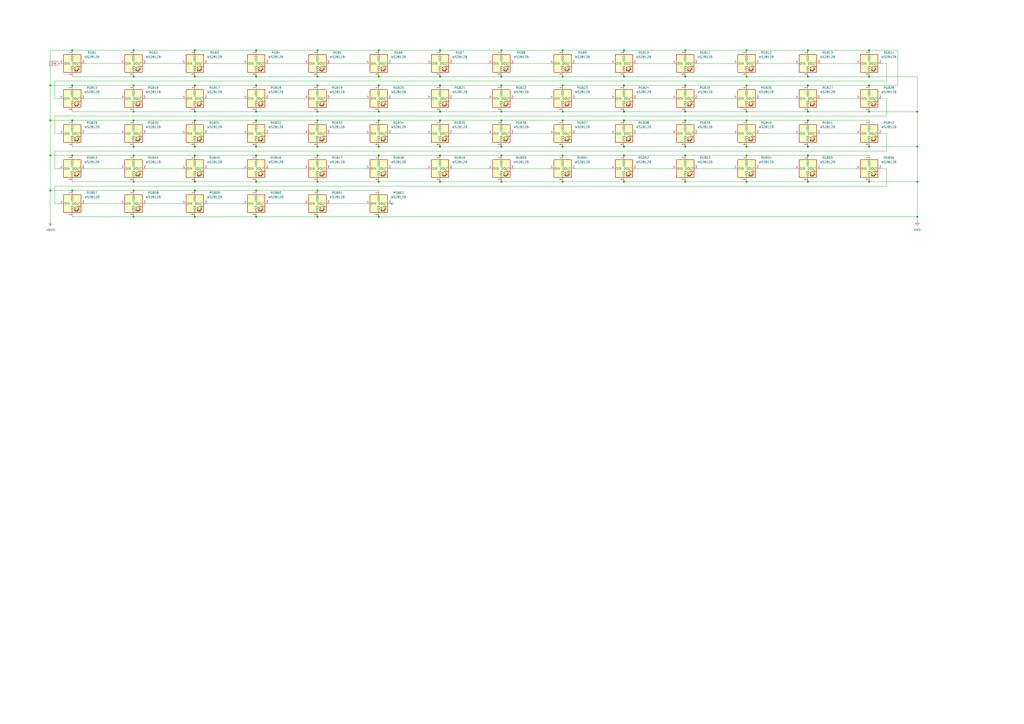
<source format=kicad_sch>
(kicad_sch (version 20231120) (generator "eeschema") (generator_version "8.0")
  (paper "A2")
  (lib_symbols
    (symbol "LED:WS2812B" (pin_names (offset 0.254))
      (property "Reference" "D" (at 5.08 5.715 0))
      (property "Value" "WS2812B" (at 1.27 -5.715 0))
      (symbol "WS2812B_0_0"
        (text "RGB" (at 2.286 -4.191 0) (effects (font (size 0.762 0.762))))
      )
      (symbol "WS2812B_0_1"
        (polyline (pts (xy 1.27 -3.556) (xy 1.778 -3.556)))
        (polyline (pts (xy 1.27 -2.54) (xy 1.778 -2.54)))
        (polyline (pts (xy 4.699 -3.556) (xy 2.667 -3.556)))
        (polyline (pts (xy 2.286 -2.54) (xy 1.27 -3.556) (xy 1.27 -3.048)))
        (polyline (pts (xy 2.286 -1.524) (xy 1.27 -2.54) (xy 1.27 -2.032)))
        (polyline (pts (xy 3.683 -1.016) (xy 3.683 -3.556) (xy 3.683 -4.064)))
        (polyline (pts (xy 4.699 -1.524) (xy 2.667 -1.524) (xy 3.683 -3.556) (xy 4.699 -1.524)))
        (rectangle (start 5.08 5.08) (end -5.08 -5.08) (stroke (width 0.254)) (fill (type background)))
      )
      (symbol "WS2812B_1_1"
        (pin power_in line (at 0 7.62 270) (length 2.54) (name "VDD") (number "1"))
        (pin output line (at 7.62 0 180) (length 2.54) (name "DOUT") (number "2"))
        (pin power_in line (at 0 -7.62 90) (length 2.54) (name "VSS") (number "3"))
        (pin input line (at -7.62 0 0) (length 2.54) (name "DIN") (number "4"))
      )
    )
    (symbol "power:GND" (power) (pin_numbers hide) (pin_names (offset 0) hide)
      (property "Value" "GND" (at 0 -3.81 0))
      (symbol "GND_0_1"
        (polyline (pts (xy 0 0) (xy 0 -1.27) (xy 1.27 -1.27) (xy 0 -2.54) (xy -1.27 -1.27) (xy 0 -1.27)))
      )
      (symbol "GND_1_1"
        (pin power_in line (at 0 0 270) (length 0) (name "~") (number "1"))
      )
    )
    (symbol "power:VBUS" (power) (pin_numbers hide) (pin_names (offset 0) hide)
      (property "Value" "VBUS" (at 0 3.556 0))
      (symbol "VBUS_0_1"
        (polyline (pts (xy -0.762 1.27) (xy 0 2.54)))
        (polyline (pts (xy 0 0) (xy 0 2.54)))
        (polyline (pts (xy 0 2.54) (xy 0.762 1.27)))
      )
      (symbol "VBUS_1_1"
        (pin power_in line (at 0 0 90) (length 0) (name "~") (number "1"))
      )
    )
  )
  (junction (at 77.47 44.45))
  (junction (at 184.15 125.73))
  (junction (at 29.21 90.17))
  (junction (at 113.03 125.73))
  (junction (at 184.15 105.41))
  (junction (at 148.59 105.41))
  (junction (at 148.59 110.49))
  (junction (at 184.15 90.17))
  (junction (at 468.63 105.41))
  (junction (at 41.91 90.17))
  (junction (at 219.71 44.45))
  (junction (at 255.27 49.53))
  (junction (at 290.83 49.53))
  (junction (at 326.39 69.85))
  (junction (at 148.59 85.09))
  (junction (at 113.03 49.53))
  (junction (at 433.07 29.21))
  (junction (at 361.95 85.09))
  (junction (at 255.27 44.45))
  (junction (at 219.71 90.17))
  (junction (at 148.59 90.17))
  (junction (at 361.95 69.85))
  (junction (at 326.39 85.09))
  (junction (at 113.03 44.45))
  (junction (at 148.59 44.45))
  (junction (at 361.95 44.45))
  (junction (at 77.47 85.09))
  (junction (at 148.59 125.73))
  (junction (at 361.95 64.77))
  (junction (at 397.51 69.85))
  (junction (at 468.63 90.17))
  (junction (at 77.47 49.53))
  (junction (at 468.63 69.85))
  (junction (at 148.59 69.85))
  (junction (at 77.47 110.49))
  (junction (at 219.71 49.53))
  (junction (at 397.51 29.21))
  (junction (at 255.27 90.17))
  (junction (at 361.95 90.17))
  (junction (at 184.15 29.21))
  (junction (at 504.19 85.09))
  (junction (at 433.07 44.45))
  (junction (at 468.63 44.45))
  (junction (at 433.07 85.09))
  (junction (at 184.15 64.77))
  (junction (at 29.21 49.53))
  (junction (at 77.47 29.21))
  (junction (at 433.07 90.17))
  (junction (at 113.03 90.17))
  (junction (at 361.95 49.53))
  (junction (at 504.19 64.77))
  (junction (at 290.83 90.17))
  (junction (at 41.91 110.49))
  (junction (at 77.47 125.73))
  (junction (at 433.07 49.53))
  (junction (at 290.83 44.45))
  (junction (at 504.19 49.53))
  (junction (at 29.21 69.85))
  (junction (at 113.03 105.41))
  (junction (at 433.07 69.85))
  (junction (at 290.83 85.09))
  (junction (at 504.19 29.21))
  (junction (at 219.71 29.21))
  (junction (at 113.03 29.21))
  (junction (at 41.91 29.21))
  (junction (at 184.15 49.53))
  (junction (at 113.03 110.49))
  (junction (at 361.95 29.21))
  (junction (at 532.13 85.09))
  (junction (at 113.03 85.09))
  (junction (at 77.47 69.85))
  (junction (at 468.63 49.53))
  (junction (at 290.83 64.77))
  (junction (at 255.27 69.85))
  (junction (at 41.91 69.85))
  (junction (at 532.13 64.77))
  (junction (at 77.47 64.77))
  (junction (at 397.51 44.45))
  (junction (at 397.51 90.17))
  (junction (at 184.15 110.49))
  (junction (at 255.27 105.41))
  (junction (at 219.71 85.09))
  (junction (at 433.07 105.41))
  (junction (at 148.59 64.77))
  (junction (at 326.39 64.77))
  (junction (at 219.71 105.41))
  (junction (at 255.27 85.09))
  (junction (at 326.39 105.41))
  (junction (at 255.27 64.77))
  (junction (at 532.13 125.73))
  (junction (at 326.39 29.21))
  (junction (at 184.15 85.09))
  (junction (at 532.13 105.41))
  (junction (at 397.51 64.77))
  (junction (at 397.51 105.41))
  (junction (at 184.15 44.45))
  (junction (at 397.51 49.53))
  (junction (at 326.39 44.45))
  (junction (at 41.91 49.53))
  (junction (at 219.71 64.77))
  (junction (at 433.07 64.77))
  (junction (at 184.15 69.85))
  (junction (at 504.19 44.45))
  (junction (at 219.71 125.73))
  (junction (at 148.59 49.53))
  (junction (at 468.63 64.77))
  (junction (at 290.83 29.21))
  (junction (at 290.83 105.41))
  (junction (at 255.27 29.21))
  (junction (at 290.83 69.85))
  (junction (at 29.21 110.49))
  (junction (at 148.59 29.21))
  (junction (at 77.47 90.17))
  (junction (at 113.03 69.85))
  (junction (at 468.63 85.09))
  (junction (at 219.71 69.85))
  (junction (at 468.63 29.21))
  (junction (at 77.47 105.41))
  (junction (at 504.19 105.41))
  (junction (at 326.39 90.17))
  (junction (at 113.03 64.77))
  (junction (at 397.51 85.09))
  (junction (at 326.39 49.53))
  (junction (at 361.95 105.41))
  (no_connect (at 227.33 118.11))
  (wire (pts (xy 219.71 49.53) (xy 255.27 49.53)))
  (wire (pts (xy 219.71 125.73) (xy 532.13 125.73)))
  (wire (pts (xy 49.53 97.79) (xy 69.85 97.79)))
  (wire (pts (xy 31.75 67.31) (xy 31.75 77.47)))
  (wire (pts (xy 433.07 49.53) (xy 468.63 49.53)))
  (wire (pts (xy 29.21 90.17) (xy 29.21 69.85)))
  (wire (pts (xy 29.21 49.53) (xy 29.21 29.21)))
  (wire (pts (xy 85.09 36.83) (xy 105.41 36.83)))
  (wire (pts (xy 219.71 85.09) (xy 255.27 85.09)))
  (wire (pts (xy 326.39 49.53) (xy 361.95 49.53)))
  (wire (pts (xy 433.07 105.41) (xy 468.63 105.41)))
  (wire (pts (xy 405.13 57.15) (xy 425.45 57.15)))
  (wire (pts (xy 361.95 69.85) (xy 397.51 69.85)))
  (wire (pts (xy 361.95 44.45) (xy 397.51 44.45)))
  (wire (pts (xy 514.35 36.83) (xy 514.35 46.99)))
  (wire (pts (xy 514.35 87.63) (xy 31.75 87.63)))
  (wire (pts (xy 148.59 64.77) (xy 184.15 64.77)))
  (wire (pts (xy 41.91 29.21) (xy 77.47 29.21)))
  (wire (pts (xy 440.69 57.15) (xy 461.01 57.15)))
  (wire (pts (xy 511.81 77.47) (xy 514.35 77.47)))
  (wire (pts (xy 476.25 77.47) (xy 496.57 77.47)))
  (wire (pts (xy 77.47 90.17) (xy 113.03 90.17)))
  (wire (pts (xy 191.77 97.79) (xy 212.09 97.79)))
  (wire (pts (xy 255.27 90.17) (xy 290.83 90.17)))
  (wire (pts (xy 440.69 97.79) (xy 461.01 97.79)))
  (wire (pts (xy 504.19 49.53) (xy 520.7 49.53)))
  (wire (pts (xy 41.91 110.49) (xy 77.47 110.49)))
  (wire (pts (xy 184.15 105.41) (xy 219.71 105.41)))
  (wire (pts (xy 148.59 85.09) (xy 184.15 85.09)))
  (wire (pts (xy 520.7 29.21) (xy 520.7 49.53)))
  (wire (pts (xy 148.59 29.21) (xy 184.15 29.21)))
  (wire (pts (xy 326.39 85.09) (xy 361.95 85.09)))
  (wire (pts (xy 85.09 57.15) (xy 105.41 57.15)))
  (wire (pts (xy 148.59 105.41) (xy 184.15 105.41)))
  (wire (pts (xy 433.07 64.77) (xy 468.63 64.77)))
  (wire (pts (xy 41.91 125.73) (xy 77.47 125.73)))
  (wire (pts (xy 227.33 57.15) (xy 247.65 57.15)))
  (wire (pts (xy 397.51 44.45) (xy 433.07 44.45)))
  (wire (pts (xy 113.03 64.77) (xy 148.59 64.77)))
  (wire (pts (xy 85.09 118.11) (xy 105.41 118.11)))
  (wire (pts (xy 148.59 110.49) (xy 184.15 110.49)))
  (wire (pts (xy 255.27 64.77) (xy 290.83 64.77)))
  (wire (pts (xy 41.91 64.77) (xy 77.47 64.77)))
  (wire (pts (xy 511.81 36.83) (xy 514.35 36.83)))
  (wire (pts (xy 504.19 85.09) (xy 532.13 85.09)))
  (wire (pts (xy 184.15 69.85) (xy 219.71 69.85)))
  (wire (pts (xy 326.39 44.45) (xy 361.95 44.45)))
  (wire (pts (xy 298.45 77.47) (xy 318.77 77.47)))
  (wire (pts (xy 41.91 110.49) (xy 29.21 110.49)))
  (wire (pts (xy 326.39 105.41) (xy 361.95 105.41)))
  (wire (pts (xy 255.27 85.09) (xy 290.83 85.09)))
  (wire (pts (xy 77.47 69.85) (xy 113.03 69.85)))
  (wire (pts (xy 369.57 77.47) (xy 389.89 77.47)))
  (wire (pts (xy 532.13 105.41) (xy 532.13 125.73)))
  (wire (pts (xy 468.63 69.85) (xy 504.19 69.85)))
  (wire (pts (xy 468.63 85.09) (xy 504.19 85.09)))
  (wire (pts (xy 29.21 110.49) (xy 29.21 90.17)))
  (wire (pts (xy 148.59 90.17) (xy 184.15 90.17)))
  (wire (pts (xy 334.01 97.79) (xy 354.33 97.79)))
  (wire (pts (xy 290.83 90.17) (xy 326.39 90.17)))
  (wire (pts (xy 113.03 110.49) (xy 148.59 110.49)))
  (wire (pts (xy 184.15 64.77) (xy 219.71 64.77)))
  (wire (pts (xy 433.07 29.21) (xy 468.63 29.21)))
  (wire (pts (xy 255.27 44.45) (xy 290.83 44.45)))
  (wire (pts (xy 326.39 29.21) (xy 361.95 29.21)))
  (wire (pts (xy 255.27 29.21) (xy 290.83 29.21)))
  (wire (pts (xy 504.19 64.77) (xy 532.13 64.77)))
  (wire (pts (xy 29.21 49.53) (xy 41.91 49.53)))
  (wire (pts (xy 405.13 36.83) (xy 425.45 36.83)))
  (wire (pts (xy 361.95 64.77) (xy 397.51 64.77)))
  (wire (pts (xy 41.91 85.09) (xy 77.47 85.09)))
  (wire (pts (xy 113.03 105.41) (xy 148.59 105.41)))
  (wire (pts (xy 191.77 36.83) (xy 212.09 36.83)))
  (wire (pts (xy 148.59 125.73) (xy 184.15 125.73)))
  (wire (pts (xy 120.65 97.79) (xy 140.97 97.79)))
  (wire (pts (xy 532.13 64.77) (xy 532.13 85.09)))
  (wire (pts (xy 29.21 90.17) (xy 41.91 90.17)))
  (wire (pts (xy 397.51 64.77) (xy 433.07 64.77)))
  (wire (pts (xy 262.89 77.47) (xy 283.21 77.47)))
  (wire (pts (xy 49.53 118.11) (xy 69.85 118.11)))
  (wire (pts (xy 77.47 49.53) (xy 113.03 49.53)))
  (wire (pts (xy 405.13 97.79) (xy 425.45 97.79)))
  (wire (pts (xy 361.95 85.09) (xy 397.51 85.09)))
  (wire (pts (xy 113.03 29.21) (xy 148.59 29.21)))
  (wire (pts (xy 85.09 77.47) (xy 105.41 77.47)))
  (wire (pts (xy 113.03 69.85) (xy 148.59 69.85)))
  (wire (pts (xy 361.95 49.53) (xy 397.51 49.53)))
  (wire (pts (xy 227.33 36.83) (xy 247.65 36.83)))
  (wire (pts (xy 219.71 44.45) (xy 255.27 44.45)))
  (wire (pts (xy 433.07 44.45) (xy 468.63 44.45)))
  (wire (pts (xy 120.65 36.83) (xy 140.97 36.83)))
  (wire (pts (xy 113.03 125.73) (xy 148.59 125.73)))
  (wire (pts (xy 31.75 87.63) (xy 31.75 97.79)))
  (wire (pts (xy 290.83 49.53) (xy 326.39 49.53)))
  (wire (pts (xy 433.07 69.85) (xy 468.63 69.85)))
  (wire (pts (xy 532.13 44.45) (xy 532.13 64.77)))
  (wire (pts (xy 511.81 97.79) (xy 514.35 97.79)))
  (wire (pts (xy 156.21 36.83) (xy 176.53 36.83)))
  (wire (pts (xy 290.83 44.45) (xy 326.39 44.45)))
  (wire (pts (xy 334.01 77.47) (xy 354.33 77.47)))
  (wire (pts (xy 77.47 110.49) (xy 113.03 110.49)))
  (wire (pts (xy 361.95 90.17) (xy 397.51 90.17)))
  (wire (pts (xy 405.13 77.47) (xy 425.45 77.47)))
  (wire (pts (xy 514.35 67.31) (xy 31.75 67.31)))
  (wire (pts (xy 262.89 36.83) (xy 283.21 36.83)))
  (wire (pts (xy 468.63 105.41) (xy 504.19 105.41)))
  (wire (pts (xy 85.09 97.79) (xy 105.41 97.79)))
  (wire (pts (xy 77.47 85.09) (xy 113.03 85.09)))
  (wire (pts (xy 219.71 69.85) (xy 255.27 69.85)))
  (wire (pts (xy 49.53 36.83) (xy 69.85 36.83)))
  (wire (pts (xy 219.71 90.17) (xy 255.27 90.17)))
  (wire (pts (xy 77.47 105.41) (xy 113.03 105.41)))
  (wire (pts (xy 156.21 57.15) (xy 176.53 57.15)))
  (wire (pts (xy 532.13 85.09) (xy 532.13 105.41)))
  (wire (pts (xy 440.69 77.47) (xy 461.01 77.47)))
  (wire (pts (xy 184.15 44.45) (xy 219.71 44.45)))
  (wire (pts (xy 191.77 57.15) (xy 212.09 57.15)))
  (wire (pts (xy 476.25 36.83) (xy 496.57 36.83)))
  (wire (pts (xy 184.15 125.73) (xy 219.71 125.73)))
  (wire (pts (xy 433.07 90.17) (xy 468.63 90.17)))
  (wire (pts (xy 504.19 29.21) (xy 520.7 29.21)))
  (wire (pts (xy 184.15 49.53) (xy 219.71 49.53)))
  (wire (pts (xy 31.75 118.11) (xy 34.29 118.11)))
  (wire (pts (xy 290.83 105.41) (xy 326.39 105.41)))
  (wire (pts (xy 41.91 105.41) (xy 77.47 105.41)))
  (wire (pts (xy 219.71 64.77) (xy 255.27 64.77)))
  (wire (pts (xy 148.59 69.85) (xy 184.15 69.85)))
  (wire (pts (xy 148.59 49.53) (xy 184.15 49.53)))
  (wire (pts (xy 120.65 57.15) (xy 140.97 57.15)))
  (wire (pts (xy 262.89 57.15) (xy 283.21 57.15)))
  (wire (pts (xy 397.51 29.21) (xy 433.07 29.21)))
  (wire (pts (xy 255.27 105.41) (xy 290.83 105.41)))
  (wire (pts (xy 184.15 29.21) (xy 219.71 29.21)))
  (wire (pts (xy 191.77 77.47) (xy 212.09 77.47)))
  (wire (pts (xy 326.39 64.77) (xy 361.95 64.77)))
  (wire (pts (xy 41.91 49.53) (xy 77.47 49.53)))
  (wire (pts (xy 113.03 90.17) (xy 148.59 90.17)))
  (wire (pts (xy 334.01 36.83) (xy 354.33 36.83)))
  (wire (pts (xy 113.03 85.09) (xy 148.59 85.09)))
  (wire (pts (xy 148.59 44.45) (xy 184.15 44.45)))
  (wire (pts (xy 262.89 97.79) (xy 283.21 97.79)))
  (wire (pts (xy 514.35 77.47) (xy 514.35 87.63)))
  (wire (pts (xy 41.91 90.17) (xy 77.47 90.17)))
  (wire (pts (xy 77.47 125.73) (xy 113.03 125.73)))
  (wire (pts (xy 369.57 36.83) (xy 389.89 36.83)))
  (wire (pts (xy 298.45 36.83) (xy 318.77 36.83)))
  (wire (pts (xy 156.21 97.79) (xy 176.53 97.79)))
  (wire (pts (xy 29.21 69.85) (xy 29.21 49.53)))
  (wire (pts (xy 504.19 105.41) (xy 532.13 105.41)))
  (wire (pts (xy 476.25 97.79) (xy 496.57 97.79)))
  (wire (pts (xy 290.83 69.85) (xy 326.39 69.85)))
  (wire (pts (xy 532.13 125.73) (xy 532.13 128.27)))
  (wire (pts (xy 184.15 85.09) (xy 219.71 85.09)))
  (wire (pts (xy 31.75 57.15) (xy 34.29 57.15)))
  (wire (pts (xy 397.51 90.17) (xy 433.07 90.17)))
  (wire (pts (xy 468.63 64.77) (xy 504.19 64.77)))
  (wire (pts (xy 219.71 29.21) (xy 255.27 29.21)))
  (wire (pts (xy 31.75 107.95) (xy 514.35 107.95)))
  (wire (pts (xy 31.75 97.79) (xy 34.29 97.79)))
  (wire (pts (xy 504.19 44.45) (xy 532.13 44.45)))
  (wire (pts (xy 397.51 69.85) (xy 433.07 69.85)))
  (wire (pts (xy 29.21 29.21) (xy 41.91 29.21)))
  (wire (pts (xy 219.71 105.41) (xy 255.27 105.41)))
  (wire (pts (xy 29.21 69.85) (xy 41.91 69.85)))
  (wire (pts (xy 29.21 110.49) (xy 29.21 128.27)))
  (wire (pts (xy 397.51 105.41) (xy 433.07 105.41)))
  (wire (pts (xy 514.35 46.99) (xy 31.75 46.99)))
  (wire (pts (xy 334.01 57.15) (xy 354.33 57.15)))
  (wire (pts (xy 476.25 57.15) (xy 496.57 57.15)))
  (wire (pts (xy 41.91 44.45) (xy 77.47 44.45)))
  (wire (pts (xy 511.81 57.15) (xy 514.35 57.15)))
  (wire (pts (xy 31.75 46.99) (xy 31.75 57.15)))
  (wire (pts (xy 255.27 69.85) (xy 290.83 69.85)))
  (wire (pts (xy 31.75 77.47) (xy 34.29 77.47)))
  (wire (pts (xy 397.51 85.09) (xy 433.07 85.09)))
  (wire (pts (xy 49.53 57.15) (xy 69.85 57.15)))
  (wire (pts (xy 77.47 44.45) (xy 113.03 44.45)))
  (wire (pts (xy 468.63 90.17) (xy 504.19 90.17)))
  (wire (pts (xy 41.91 69.85) (xy 77.47 69.85)))
  (wire (pts (xy 156.21 118.11) (xy 176.53 118.11)))
  (wire (pts (xy 468.63 29.21) (xy 504.19 29.21)))
  (wire (pts (xy 255.27 49.53) (xy 290.83 49.53)))
  (wire (pts (xy 227.33 77.47) (xy 247.65 77.47)))
  (wire (pts (xy 31.75 107.95) (xy 31.75 118.11)))
  (wire (pts (xy 514.35 57.15) (xy 514.35 67.31)))
  (wire (pts (xy 440.69 36.83) (xy 461.01 36.83)))
  (wire (pts (xy 468.63 44.45) (xy 504.19 44.45)))
  (wire (pts (xy 156.21 77.47) (xy 176.53 77.47)))
  (wire (pts (xy 290.83 29.21) (xy 326.39 29.21)))
  (wire (pts (xy 397.51 49.53) (xy 433.07 49.53)))
  (wire (pts (xy 298.45 57.15) (xy 318.77 57.15)))
  (wire (pts (xy 191.77 118.11) (xy 212.09 118.11)))
  (wire (pts (xy 120.65 118.11) (xy 140.97 118.11)))
  (wire (pts (xy 361.95 105.41) (xy 397.51 105.41)))
  (wire (pts (xy 369.57 57.15) (xy 389.89 57.15)))
  (wire (pts (xy 514.35 97.79) (xy 514.35 107.95)))
  (wire (pts (xy 298.45 97.79) (xy 318.77 97.79)))
  (wire (pts (xy 468.63 49.53) (xy 504.19 49.53)))
  (wire (pts (xy 77.47 29.21) (xy 113.03 29.21)))
  (wire (pts (xy 361.95 29.21) (xy 397.51 29.21)))
  (wire (pts (xy 49.53 77.47) (xy 69.85 77.47)))
  (wire (pts (xy 369.57 97.79) (xy 389.89 97.79)))
  (wire (pts (xy 120.65 77.47) (xy 140.97 77.47)))
  (wire (pts (xy 433.07 85.09) (xy 468.63 85.09)))
  (wire (pts (xy 290.83 85.09) (xy 326.39 85.09)))
  (wire (pts (xy 184.15 90.17) (xy 219.71 90.17)))
  (wire (pts (xy 326.39 90.17) (xy 361.95 90.17)))
  (wire (pts (xy 227.33 97.79) (xy 247.65 97.79)))
  (wire (pts (xy 113.03 44.45) (xy 148.59 44.45)))
  (wire (pts (xy 184.15 110.49) (xy 219.71 110.49)))
  (wire (pts (xy 77.47 64.77) (xy 113.03 64.77)))
  (wire (pts (xy 290.83 64.77) (xy 326.39 64.77)))
  (wire (pts (xy 326.39 69.85) (xy 361.95 69.85)))
  (wire (pts (xy 113.03 49.53) (xy 148.59 49.53)))
  (global_label "DIN" (shape input) (at 34.29 36.83 180) (property "Intersheetrefs" "${INTERSHEET_REFS}" (effects (hide yes))))
  (symbol (lib_id "LED:WS2812B") (at 184.15 57.15 0) (unit 1)
    (property "Reference" "RGB19" (at 195.58 50.8314 0))
    (property "Value" "WS2812B" (at 195.58 53.3714 0))
    (property "Footprint" "RGB:ws2812B_6028" (effects (hide yes)))
    (property "Datasheet" "https://cdn-shop.adafruit.com/datasheets/WS2812B.pdf" (effects (hide yes)))
    (property "Description" "RGB LED with integrated controller" (effects (hide yes)))
  )
  (symbol (lib_id "LED:WS2812B") (at 41.91 77.47 0) (unit 1)
    (property "Reference" "RGB29" (at 53.34 71.1514 0))
    (property "Value" "WS2812B" (at 53.34 73.6914 0))
    (property "Footprint" "RGB:ws2812B_6028" (effects (hide yes)))
    (property "Datasheet" "https://cdn-shop.adafruit.com/datasheets/WS2812B.pdf" (effects (hide yes)))
    (property "Description" "RGB LED with integrated controller" (effects (hide yes)))
  )
  (symbol (lib_id "LED:WS2812B") (at 184.15 97.79 0) (unit 1)
    (property "Reference" "RGB47" (at 195.58 91.4714 0))
    (property "Value" "WS2812B" (at 195.58 94.0114 0))
    (property "Footprint" "RGB:ws2812B_6028" (effects (hide yes)))
    (property "Datasheet" "https://cdn-shop.adafruit.com/datasheets/WS2812B.pdf" (effects (hide yes)))
    (property "Description" "RGB LED with integrated controller" (effects (hide yes)))
  )
  (symbol (lib_id "LED:WS2812B") (at 397.51 97.79 0) (unit 1)
    (property "Reference" "RGB53" (at 408.94 91.4714 0))
    (property "Value" "WS2812B" (at 408.94 94.0114 0))
    (property "Footprint" "RGB:ws2812B_6028" (effects (hide yes)))
    (property "Datasheet" "https://cdn-shop.adafruit.com/datasheets/WS2812B.pdf" (effects (hide yes)))
    (property "Description" "RGB LED with integrated controller" (effects (hide yes)))
  )
  (symbol (lib_id "LED:WS2812B") (at 77.47 97.79 0) (unit 1)
    (property "Reference" "RGB44" (at 88.9 91.4714 0))
    (property "Value" "WS2812B" (at 88.9 94.0114 0))
    (property "Footprint" "RGB:ws2812B_6028" (effects (hide yes)))
    (property "Datasheet" "https://cdn-shop.adafruit.com/datasheets/WS2812B.pdf" (effects (hide yes)))
    (property "Description" "RGB LED with integrated controller" (effects (hide yes)))
  )
  (symbol (lib_id "LED:WS2812B") (at 361.95 97.79 0) (unit 1)
    (property "Reference" "RGB52" (at 373.38 91.4714 0))
    (property "Value" "WS2812B" (at 373.38 94.0114 0))
    (property "Footprint" "RGB:ws2812B_6028" (effects (hide yes)))
    (property "Datasheet" "https://cdn-shop.adafruit.com/datasheets/WS2812B.pdf" (effects (hide yes)))
    (property "Description" "RGB LED with integrated controller" (effects (hide yes)))
  )
  (symbol (lib_id "LED:WS2812B") (at 468.63 57.15 0) (unit 1)
    (property "Reference" "RGB27" (at 480.06 50.8314 0))
    (property "Value" "WS2812B" (at 480.06 53.3714 0))
    (property "Footprint" "RGB:ws2812B_6028" (effects (hide yes)))
    (property "Datasheet" "https://cdn-shop.adafruit.com/datasheets/WS2812B.pdf" (effects (hide yes)))
    (property "Description" "RGB LED with integrated controller" (effects (hide yes)))
  )
  (symbol (lib_id "LED:WS2812B") (at 184.15 118.11 0) (unit 1)
    (property "Reference" "RGB61" (at 195.58 111.7914 0))
    (property "Value" "WS2812B" (at 195.58 114.3314 0))
    (property "Footprint" "RGB:ws2812B_6028" (effects (hide yes)))
    (property "Datasheet" "https://cdn-shop.adafruit.com/datasheets/WS2812B.pdf" (effects (hide yes)))
    (property "Description" "RGB LED with integrated controller" (effects (hide yes)))
  )
  (symbol (lib_id "LED:WS2812B") (at 219.71 77.47 0) (unit 1)
    (property "Reference" "RGB34" (at 231.14 71.1514 0))
    (property "Value" "WS2812B" (at 231.14 73.6914 0))
    (property "Footprint" "RGB:ws2812B_6028" (effects (hide yes)))
    (property "Datasheet" "https://cdn-shop.adafruit.com/datasheets/WS2812B.pdf" (effects (hide yes)))
    (property "Description" "RGB LED with integrated controller" (effects (hide yes)))
  )
  (symbol (lib_id "LED:WS2812B") (at 41.91 118.11 0) (unit 1)
    (property "Reference" "RGB57" (at 53.34 111.7914 0))
    (property "Value" "WS2812B" (at 53.34 114.3314 0))
    (property "Footprint" "RGB:ws2812B_6028" (effects (hide yes)))
    (property "Datasheet" "https://cdn-shop.adafruit.com/datasheets/WS2812B.pdf" (effects (hide yes)))
    (property "Description" "RGB LED with integrated controller" (effects (hide yes)))
  )
  (symbol (lib_id "LED:WS2812B") (at 326.39 36.83 0) (unit 1)
    (property "Reference" "RGB9" (at 337.82 30.5114 0))
    (property "Value" "WS2812B" (at 337.82 33.0514 0))
    (property "Footprint" "RGB:ws2812B_6028" (effects (hide yes)))
    (property "Datasheet" "https://cdn-shop.adafruit.com/datasheets/WS2812B.pdf" (effects (hide yes)))
    (property "Description" "RGB LED with integrated controller" (effects (hide yes)))
  )
  (symbol (lib_id "LED:WS2812B") (at 433.07 36.83 0) (unit 1)
    (property "Reference" "RGB12" (at 444.5 30.5114 0))
    (property "Value" "WS2812B" (at 444.5 33.0514 0))
    (property "Footprint" "RGB:ws2812B_6028" (effects (hide yes)))
    (property "Datasheet" "https://cdn-shop.adafruit.com/datasheets/WS2812B.pdf" (effects (hide yes)))
    (property "Description" "RGB LED with integrated controller" (effects (hide yes)))
  )
  (symbol (lib_id "LED:WS2812B") (at 255.27 36.83 0) (unit 1)
    (property "Reference" "RGB7" (at 266.7 30.5114 0))
    (property "Value" "WS2812B" (at 266.7 33.0514 0))
    (property "Footprint" "RGB:ws2812B_6028" (effects (hide yes)))
    (property "Datasheet" "https://cdn-shop.adafruit.com/datasheets/WS2812B.pdf" (effects (hide yes)))
    (property "Description" "RGB LED with integrated controller" (effects (hide yes)))
  )
  (symbol (lib_id "LED:WS2812B") (at 504.19 36.83 0) (unit 1)
    (property "Reference" "RGB14" (at 515.62 30.5114 0))
    (property "Value" "WS2812B" (at 515.62 33.0514 0))
    (property "Footprint" "RGB:ws2812B_6028" (effects (hide yes)))
    (property "Datasheet" "https://cdn-shop.adafruit.com/datasheets/WS2812B.pdf" (effects (hide yes)))
    (property "Description" "RGB LED with integrated controller" (effects (hide yes)))
  )
  (symbol (lib_id "LED:WS2812B") (at 361.95 57.15 0) (unit 1)
    (property "Reference" "RGB24" (at 373.38 50.8314 0))
    (property "Value" "WS2812B" (at 373.38 53.3714 0))
    (property "Footprint" "RGB:ws2812B_6028" (effects (hide yes)))
    (property "Datasheet" "https://cdn-shop.adafruit.com/datasheets/WS2812B.pdf" (effects (hide yes)))
    (property "Description" "RGB LED with integrated controller" (effects (hide yes)))
  )
  (symbol (lib_id "LED:WS2812B") (at 184.15 36.83 0) (unit 1)
    (property "Reference" "RGB5" (at 195.58 30.5114 0))
    (property "Value" "WS2812B" (at 195.58 33.0514 0))
    (property "Footprint" "RGB:ws2812B_6028" (effects (hide yes)))
    (property "Datasheet" "https://cdn-shop.adafruit.com/datasheets/WS2812B.pdf" (effects (hide yes)))
    (property "Description" "RGB LED with integrated controller" (effects (hide yes)))
  )
  (symbol (lib_id "LED:WS2812B") (at 468.63 77.47 0) (unit 1)
    (property "Reference" "RGB41" (at 480.06 71.1514 0))
    (property "Value" "WS2812B" (at 480.06 73.6914 0))
    (property "Footprint" "RGB:ws2812B_6028" (effects (hide yes)))
    (property "Datasheet" "https://cdn-shop.adafruit.com/datasheets/WS2812B.pdf" (effects (hide yes)))
    (property "Description" "RGB LED with integrated controller" (effects (hide yes)))
  )
  (symbol (lib_id "LED:WS2812B") (at 255.27 57.15 0) (unit 1)
    (property "Reference" "RGB21" (at 266.7 50.8314 0))
    (property "Value" "WS2812B" (at 266.7 53.3714 0))
    (property "Footprint" "RGB:ws2812B_6028" (effects (hide yes)))
    (property "Datasheet" "https://cdn-shop.adafruit.com/datasheets/WS2812B.pdf" (effects (hide yes)))
    (property "Description" "RGB LED with integrated controller" (effects (hide yes)))
  )
  (symbol (lib_id "LED:WS2812B") (at 148.59 57.15 0) (unit 1)
    (property "Reference" "RGB18" (at 160.02 50.8314 0))
    (property "Value" "WS2812B" (at 160.02 53.3714 0))
    (property "Footprint" "RGB:ws2812B_6028" (effects (hide yes)))
    (property "Datasheet" "https://cdn-shop.adafruit.com/datasheets/WS2812B.pdf" (effects (hide yes)))
    (property "Description" "RGB LED with integrated controller" (effects (hide yes)))
  )
  (symbol (lib_id "LED:WS2812B") (at 433.07 57.15 0) (unit 1)
    (property "Reference" "RGB26" (at 444.5 50.8314 0))
    (property "Value" "WS2812B" (at 444.5 53.3714 0))
    (property "Footprint" "RGB:ws2812B_6028" (effects (hide yes)))
    (property "Datasheet" "https://cdn-shop.adafruit.com/datasheets/WS2812B.pdf" (effects (hide yes)))
    (property "Description" "RGB LED with integrated controller" (effects (hide yes)))
  )
  (symbol (lib_id "LED:WS2812B") (at 113.03 57.15 0) (unit 1)
    (property "Reference" "RGB17" (at 124.46 50.8314 0))
    (property "Value" "WS2812B" (at 124.46 53.3714 0))
    (property "Footprint" "RGB:ws2812B_6028" (effects (hide yes)))
    (property "Datasheet" "https://cdn-shop.adafruit.com/datasheets/WS2812B.pdf" (effects (hide yes)))
    (property "Description" "RGB LED with integrated controller" (effects (hide yes)))
  )
  (symbol (lib_id "LED:WS2812B") (at 290.83 36.83 0) (unit 1)
    (property "Reference" "RGB8" (at 302.26 30.5114 0))
    (property "Value" "WS2812B" (at 302.26 33.0514 0))
    (property "Footprint" "RGB:ws2812B_6028" (effects (hide yes)))
    (property "Datasheet" "https://cdn-shop.adafruit.com/datasheets/WS2812B.pdf" (effects (hide yes)))
    (property "Description" "RGB LED with integrated controller" (effects (hide yes)))
  )
  (symbol (lib_id "LED:WS2812B") (at 77.47 57.15 0) (unit 1)
    (property "Reference" "RGB16" (at 88.9 50.8314 0))
    (property "Value" "WS2812B" (at 88.9 53.3714 0))
    (property "Footprint" "RGB:ws2812B_6028" (effects (hide yes)))
    (property "Datasheet" "https://cdn-shop.adafruit.com/datasheets/WS2812B.pdf" (effects (hide yes)))
    (property "Description" "RGB LED with integrated controller" (effects (hide yes)))
  )
  (symbol (lib_id "LED:WS2812B") (at 41.91 97.79 0) (unit 1)
    (property "Reference" "RGB43" (at 53.34 91.4714 0))
    (property "Value" "WS2812B" (at 53.34 94.0114 0))
    (property "Footprint" "RGB:ws2812B_6028" (effects (hide yes)))
    (property "Datasheet" "https://cdn-shop.adafruit.com/datasheets/WS2812B.pdf" (effects (hide yes)))
    (property "Description" "RGB LED with integrated controller" (effects (hide yes)))
  )
  (symbol (lib_id "LED:WS2812B") (at 77.47 77.47 0) (unit 1)
    (property "Reference" "RGB30" (at 88.9 71.1514 0))
    (property "Value" "WS2812B" (at 88.9 73.6914 0))
    (property "Footprint" "RGB:ws2812B_6028" (effects (hide yes)))
    (property "Datasheet" "https://cdn-shop.adafruit.com/datasheets/WS2812B.pdf" (effects (hide yes)))
    (property "Description" "RGB LED with integrated controller" (effects (hide yes)))
  )
  (symbol (lib_id "LED:WS2812B") (at 41.91 57.15 0) (unit 1)
    (property "Reference" "RGB15" (at 53.34 50.8314 0))
    (property "Value" "WS2812B" (at 53.34 53.3714 0))
    (property "Footprint" "RGB:ws2812B_6028" (effects (hide yes)))
    (property "Datasheet" "https://cdn-shop.adafruit.com/datasheets/WS2812B.pdf" (effects (hide yes)))
    (property "Description" "RGB LED with integrated controller" (effects (hide yes)))
  )
  (symbol (lib_id "LED:WS2812B") (at 361.95 36.83 0) (unit 1)
    (property "Reference" "RGB10" (at 373.38 30.5114 0))
    (property "Value" "WS2812B" (at 373.38 33.0514 0))
    (property "Footprint" "RGB:ws2812B_6028" (effects (hide yes)))
    (property "Datasheet" "https://cdn-shop.adafruit.com/datasheets/WS2812B.pdf" (effects (hide yes)))
    (property "Description" "RGB LED with integrated controller" (effects (hide yes)))
  )
  (symbol (lib_id "LED:WS2812B") (at 219.71 36.83 0) (unit 1)
    (property "Reference" "RGB6" (at 231.14 30.5114 0))
    (property "Value" "WS2812B" (at 231.14 33.0514 0))
    (property "Footprint" "RGB:ws2812B_6028" (effects (hide yes)))
    (property "Datasheet" "https://cdn-shop.adafruit.com/datasheets/WS2812B.pdf" (effects (hide yes)))
    (property "Description" "RGB LED with integrated controller" (effects (hide yes)))
  )
  (symbol (lib_id "LED:WS2812B") (at 468.63 36.83 0) (unit 1)
    (property "Reference" "RGB13" (at 480.06 30.5114 0))
    (property "Value" "WS2812B" (at 480.06 33.0514 0))
    (property "Footprint" "RGB:ws2812B_6028" (effects (hide yes)))
    (property "Datasheet" "https://cdn-shop.adafruit.com/datasheets/WS2812B.pdf" (effects (hide yes)))
    (property "Description" "RGB LED with integrated controller" (effects (hide yes)))
  )
  (symbol (lib_id "LED:WS2812B") (at 290.83 77.47 0) (unit 1)
    (property "Reference" "RGB36" (at 302.26 71.1514 0))
    (property "Value" "WS2812B" (at 302.26 73.6914 0))
    (property "Footprint" "RGB:ws2812B_6028" (effects (hide yes)))
    (property "Datasheet" "https://cdn-shop.adafruit.com/datasheets/WS2812B.pdf" (effects (hide yes)))
    (property "Description" "RGB LED with integrated controller" (effects (hide yes)))
  )
  (symbol (lib_id "LED:WS2812B") (at 113.03 36.83 0) (unit 1)
    (property "Reference" "RGB3" (at 124.46 30.5114 0))
    (property "Value" "WS2812B" (at 124.46 33.0514 0))
    (property "Footprint" "RGB:ws2812B_6028" (effects (hide yes)))
    (property "Datasheet" "https://cdn-shop.adafruit.com/datasheets/WS2812B.pdf" (effects (hide yes)))
    (property "Description" "RGB LED with integrated controller" (effects (hide yes)))
  )
  (symbol (lib_id "LED:WS2812B") (at 77.47 118.11 0) (unit 1)
    (property "Reference" "RGB58" (at 88.9 111.7914 0))
    (property "Value" "WS2812B" (at 88.9 114.3314 0))
    (property "Footprint" "RGB:ws2812B_6028" (effects (hide yes)))
    (property "Datasheet" "https://cdn-shop.adafruit.com/datasheets/WS2812B.pdf" (effects (hide yes)))
    (property "Description" "RGB LED with integrated controller" (effects (hide yes)))
  )
  (symbol (lib_id "LED:WS2812B") (at 219.71 57.15 0) (unit 1)
    (property "Reference" "RGB20" (at 231.14 50.8314 0))
    (property "Value" "WS2812B" (at 231.14 53.3714 0))
    (property "Footprint" "RGB:ws2812B_6028" (effects (hide yes)))
    (property "Datasheet" "https://cdn-shop.adafruit.com/datasheets/WS2812B.pdf" (effects (hide yes)))
    (property "Description" "RGB LED with integrated controller" (effects (hide yes)))
  )
  (symbol (lib_id "LED:WS2812B") (at 397.51 36.83 0) (unit 1)
    (property "Reference" "RGB11" (at 408.94 30.5114 0))
    (property "Value" "WS2812B" (at 408.94 33.0514 0))
    (property "Footprint" "RGB:ws2812B_6028" (effects (hide yes)))
    (property "Datasheet" "https://cdn-shop.adafruit.com/datasheets/WS2812B.pdf" (effects (hide yes)))
    (property "Description" "RGB LED with integrated controller" (effects (hide yes)))
  )
  (symbol (lib_id "LED:WS2812B") (at 397.51 57.15 0) (unit 1)
    (property "Reference" "RGB25" (at 408.94 50.8314 0))
    (property "Value" "WS2812B" (at 408.94 53.3714 0))
    (property "Footprint" "RGB:ws2812B_6028" (effects (hide yes)))
    (property "Datasheet" "https://cdn-shop.adafruit.com/datasheets/WS2812B.pdf" (effects (hide yes)))
    (property "Description" "RGB LED with integrated controller" (effects (hide yes)))
  )
  (symbol (lib_id "LED:WS2812B") (at 113.03 97.79 0) (unit 1)
    (property "Reference" "RGB45" (at 124.46 91.4714 0))
    (property "Value" "WS2812B" (at 124.46 94.0114 0))
    (property "Footprint" "RGB:ws2812B_6028" (effects (hide yes)))
    (property "Datasheet" "https://cdn-shop.adafruit.com/datasheets/WS2812B.pdf" (effects (hide yes)))
    (property "Description" "RGB LED with integrated controller" (effects (hide yes)))
  )
  (symbol (lib_id "LED:WS2812B") (at 41.91 36.83 0) (unit 1)
    (property "Reference" "RGB1" (at 53.34 30.5114 0))
    (property "Value" "WS2812B" (at 53.34 33.0514 0))
    (property "Footprint" "RGB:ws2812B_6028" (effects (hide yes)))
    (property "Datasheet" "https://cdn-shop.adafruit.com/datasheets/WS2812B.pdf" (effects (hide yes)))
    (property "Description" "RGB LED with integrated controller" (effects (hide yes)))
  )
  (symbol (lib_id "LED:WS2812B") (at 504.19 57.15 0) (unit 1)
    (property "Reference" "RGB28" (at 515.62 50.8314 0))
    (property "Value" "WS2812B" (at 515.62 53.3714 0))
    (property "Footprint" "RGB:ws2812B_6028" (effects (hide yes)))
    (property "Datasheet" "https://cdn-shop.adafruit.com/datasheets/WS2812B.pdf" (effects (hide yes)))
    (property "Description" "RGB LED with integrated controller" (effects (hide yes)))
  )
  (symbol (lib_id "LED:WS2812B") (at 148.59 97.79 0) (unit 1)
    (property "Reference" "RGB46" (at 160.02 91.4714 0))
    (property "Value" "WS2812B" (at 160.02 94.0114 0))
    (property "Footprint" "RGB:ws2812B_6028" (effects (hide yes)))
    (property "Datasheet" "https://cdn-shop.adafruit.com/datasheets/WS2812B.pdf" (effects (hide yes)))
    (property "Description" "RGB LED with integrated controller" (effects (hide yes)))
  )
  (symbol (lib_id "LED:WS2812B") (at 290.83 57.15 0) (unit 1)
    (property "Reference" "RGB22" (at 302.26 50.8314 0))
    (property "Value" "WS2812B" (at 302.26 53.3714 0))
    (property "Footprint" "RGB:ws2812B_6028" (effects (hide yes)))
    (property "Datasheet" "https://cdn-shop.adafruit.com/datasheets/WS2812B.pdf" (effects (hide yes)))
    (property "Description" "RGB LED with integrated controller" (effects (hide yes)))
  )
  (symbol (lib_id "LED:WS2812B") (at 77.47 36.83 0) (unit 1)
    (property "Reference" "RGB2" (at 88.9 30.5114 0))
    (property "Value" "WS2812B" (at 88.9 33.0514 0))
    (property "Footprint" "RGB:ws2812B_6028" (effects (hide yes)))
    (property "Datasheet" "https://cdn-shop.adafruit.com/datasheets/WS2812B.pdf" (effects (hide yes)))
    (property "Description" "RGB LED with integrated controller" (effects (hide yes)))
  )
  (symbol (lib_id "power:GND") (at 532.13 128.27 0) (unit 1)
    (property "Reference" "#PWR025" (effects (hide yes)))
    (property "Value" "GND" (at 532.13 133.35 0))
    (property "Description" "Power symbol creates a global label with name \"GND\" , ground" (effects (hide yes)))
  )
  (symbol (lib_id "LED:WS2812B") (at 255.27 77.47 0) (unit 1)
    (property "Reference" "RGB35" (at 266.7 71.1514 0))
    (property "Value" "WS2812B" (at 266.7 73.6914 0))
    (property "Footprint" "RGB:ws2812B_6028" (effects (hide yes)))
    (property "Datasheet" "https://cdn-shop.adafruit.com/datasheets/WS2812B.pdf" (effects (hide yes)))
    (property "Description" "RGB LED with integrated controller" (effects (hide yes)))
  )
  (symbol (lib_id "LED:WS2812B") (at 113.03 77.47 0) (unit 1)
    (property "Reference" "RGB31" (at 124.46 71.1514 0))
    (property "Value" "WS2812B" (at 124.46 73.6914 0))
    (property "Footprint" "RGB:ws2812B_6028" (effects (hide yes)))
    (property "Datasheet" "https://cdn-shop.adafruit.com/datasheets/WS2812B.pdf" (effects (hide yes)))
    (property "Description" "RGB LED with integrated controller" (effects (hide yes)))
  )
  (symbol (lib_id "LED:WS2812B") (at 361.95 77.47 0) (unit 1)
    (property "Reference" "RGB38" (at 373.38 71.1514 0))
    (property "Value" "WS2812B" (at 373.38 73.6914 0))
    (property "Footprint" "RGB:ws2812B_6028" (effects (hide yes)))
    (property "Datasheet" "https://cdn-shop.adafruit.com/datasheets/WS2812B.pdf" (effects (hide yes)))
    (property "Description" "RGB LED with integrated controller" (effects (hide yes)))
  )
  (symbol (lib_id "LED:WS2812B") (at 468.63 97.79 0) (unit 1)
    (property "Reference" "RGB55" (at 480.06 91.4714 0))
    (property "Value" "WS2812B" (at 480.06 94.0114 0))
    (property "Footprint" "RGB:ws2812B_6028" (effects (hide yes)))
    (property "Datasheet" "https://cdn-shop.adafruit.com/datasheets/WS2812B.pdf" (effects (hide yes)))
    (property "Description" "RGB LED with integrated controller" (effects (hide yes)))
  )
  (symbol (lib_id "LED:WS2812B") (at 113.03 118.11 0) (unit 1)
    (property "Reference" "RGB59" (at 124.46 111.7914 0))
    (property "Value" "WS2812B" (at 124.46 114.3314 0))
    (property "Footprint" "RGB:ws2812B_6028" (effects (hide yes)))
    (property "Datasheet" "https://cdn-shop.adafruit.com/datasheets/WS2812B.pdf" (effects (hide yes)))
    (property "Description" "RGB LED with integrated controller" (effects (hide yes)))
  )
  (symbol (lib_id "LED:WS2812B") (at 326.39 77.47 0) (unit 1)
    (property "Reference" "RGB37" (at 337.82 71.1514 0))
    (property "Value" "WS2812B" (at 337.82 73.6914 0))
    (property "Footprint" "RGB:ws2812B_6028" (effects (hide yes)))
    (property "Datasheet" "https://cdn-shop.adafruit.com/datasheets/WS2812B.pdf" (effects (hide yes)))
    (property "Description" "RGB LED with integrated controller" (effects (hide yes)))
  )
  (symbol (lib_id "LED:WS2812B") (at 433.07 97.79 0) (unit 1)
    (property "Reference" "RGB54" (at 444.5 91.4714 0))
    (property "Value" "WS2812B" (at 444.5 94.0114 0))
    (property "Footprint" "RGB:ws2812B_6028" (effects (hide yes)))
    (property "Datasheet" "https://cdn-shop.adafruit.com/datasheets/WS2812B.pdf" (effects (hide yes)))
    (property "Description" "RGB LED with integrated controller" (effects (hide yes)))
  )
  (symbol (lib_id "LED:WS2812B") (at 326.39 97.79 0) (unit 1)
    (property "Reference" "RGB51" (at 337.82 91.4714 0))
    (property "Value" "WS2812B" (at 337.82 94.0114 0))
    (property "Footprint" "RGB:ws2812B_6028" (effects (hide yes)))
    (property "Datasheet" "https://cdn-shop.adafruit.com/datasheets/WS2812B.pdf" (effects (hide yes)))
    (property "Description" "RGB LED with integrated controller" (effects (hide yes)))
  )
  (symbol (lib_id "LED:WS2812B") (at 255.27 97.79 0) (unit 1)
    (property "Reference" "RGB49" (at 266.7 91.4714 0))
    (property "Value" "WS2812B" (at 266.7 94.0114 0))
    (property "Footprint" "RGB:ws2812B_6028" (effects (hide yes)))
    (property "Datasheet" "https://cdn-shop.adafruit.com/datasheets/WS2812B.pdf" (effects (hide yes)))
    (property "Description" "RGB LED with integrated controller" (effects (hide yes)))
  )
  (symbol (lib_id "LED:WS2812B") (at 397.51 77.47 0) (unit 1)
    (property "Reference" "RGB39" (at 408.94 71.1514 0))
    (property "Value" "WS2812B" (at 408.94 73.6914 0))
    (property "Footprint" "RGB:ws2812B_6028" (effects (hide yes)))
    (property "Datasheet" "https://cdn-shop.adafruit.com/datasheets/WS2812B.pdf" (effects (hide yes)))
    (property "Description" "RGB LED with integrated controller" (effects (hide yes)))
  )
  (symbol (lib_id "power:VBUS") (at 29.21 128.27 180) (unit 1)
    (property "Reference" "#PWR024" (effects (hide yes)))
    (property "Value" "VBUS" (at 29.21 133.35 0))
    (property "Description" "Power symbol creates a global label with name \"VBUS\"" (effects (hide yes)))
  )
  (symbol (lib_id "LED:WS2812B") (at 290.83 97.79 0) (unit 1)
    (property "Reference" "RGB50" (at 302.26 91.4714 0))
    (property "Value" "WS2812B" (at 302.26 94.0114 0))
    (property "Footprint" "RGB:ws2812B_6028" (effects (hide yes)))
    (property "Datasheet" "https://cdn-shop.adafruit.com/datasheets/WS2812B.pdf" (effects (hide yes)))
    (property "Description" "RGB LED with integrated controller" (effects (hide yes)))
  )
  (symbol (lib_id "LED:WS2812B") (at 148.59 118.11 0) (unit 1)
    (property "Reference" "RGB60" (at 160.02 111.7914 0))
    (property "Value" "WS2812B" (at 160.02 114.3314 0))
    (property "Footprint" "RGB:ws2812B_6028" (effects (hide yes)))
    (property "Datasheet" "https://cdn-shop.adafruit.com/datasheets/WS2812B.pdf" (effects (hide yes)))
    (property "Description" "RGB LED with integrated controller" (effects (hide yes)))
  )
  (symbol (lib_id "LED:WS2812B") (at 219.71 97.79 0) (unit 1)
    (property "Reference" "RGB48" (at 231.14 91.4714 0))
    (property "Value" "WS2812B" (at 231.14 94.0114 0))
    (property "Footprint" "RGB:ws2812B_6028" (effects (hide yes)))
    (property "Datasheet" "https://cdn-shop.adafruit.com/datasheets/WS2812B.pdf" (effects (hide yes)))
    (property "Description" "RGB LED with integrated controller" (effects (hide yes)))
  )
  (symbol (lib_id "LED:WS2812B") (at 148.59 36.83 0) (unit 1)
    (property "Reference" "RGB4" (at 160.02 30.5114 0))
    (property "Value" "WS2812B" (at 160.02 33.0514 0))
    (property "Footprint" "RGB:ws2812B_6028" (effects (hide yes)))
    (property "Datasheet" "https://cdn-shop.adafruit.com/datasheets/WS2812B.pdf" (effects (hide yes)))
    (property "Description" "RGB LED with integrated controller" (effects (hide yes)))
  )
  (symbol (lib_id "LED:WS2812B") (at 433.07 77.47 0) (unit 1)
    (property "Reference" "RGB40" (at 444.5 71.1514 0))
    (property "Value" "WS2812B" (at 444.5 73.6914 0))
    (property "Footprint" "RGB:ws2812B_6028" (effects (hide yes)))
    (property "Datasheet" "https://cdn-shop.adafruit.com/datasheets/WS2812B.pdf" (effects (hide yes)))
    (property "Description" "RGB LED with integrated controller" (effects (hide yes)))
  )
  (symbol (lib_id "LED:WS2812B") (at 148.59 77.47 0) (unit 1)
    (property "Reference" "RGB32" (at 160.02 71.1514 0))
    (property "Value" "WS2812B" (at 160.02 73.6914 0))
    (property "Footprint" "RGB:ws2812B_6028" (effects (hide yes)))
    (property "Datasheet" "https://cdn-shop.adafruit.com/datasheets/WS2812B.pdf" (effects (hide yes)))
    (property "Description" "RGB LED with integrated controller" (effects (hide yes)))
  )
  (symbol (lib_id "LED:WS2812B") (at 326.39 57.15 0) (unit 1)
    (property "Reference" "RGB23" (at 337.82 50.8314 0))
    (property "Value" "WS2812B" (at 337.82 53.3714 0))
    (property "Footprint" "RGB:ws2812B_6028" (effects (hide yes)))
    (property "Datasheet" "https://cdn-shop.adafruit.com/datasheets/WS2812B.pdf" (effects (hide yes)))
    (property "Description" "RGB LED with integrated controller" (effects (hide yes)))
  )
  (symbol (lib_id "LED:WS2812B") (at 184.15 77.47 0) (unit 1)
    (property "Reference" "RGB33" (at 195.58 71.1514 0))
    (property "Value" "WS2812B" (at 195.58 73.6914 0))
    (property "Footprint" "RGB:ws2812B_6028" (effects (hide yes)))
    (property "Datasheet" "https://cdn-shop.adafruit.com/datasheets/WS2812B.pdf" (effects (hide yes)))
    (property "Description" "RGB LED with integrated controller" (effects (hide yes)))
  )
  (symbol (lib_id "LED:WS2812B") (at 219.71 118.11 0) (unit 1)
    (property "Reference" "RGB62" (at 231.14 111.7914 0))
    (property "Value" "WS2812B" (at 231.14 114.3314 0))
    (property "Footprint" "RGB:ws2812B_6028" (effects (hide yes)))
    (property "Datasheet" "https://cdn-shop.adafruit.com/datasheets/WS2812B.pdf" (effects (hide yes)))
    (property "Description" "RGB LED with integrated controller" (effects (hide yes)))
  )
  (symbol (lib_id "LED:WS2812B") (at 504.19 77.47 0) (unit 1)
    (property "Reference" "RGB42" (at 515.62 71.1514 0))
    (property "Value" "WS2812B" (at 515.62 73.6914 0))
    (property "Footprint" "RGB:ws2812B_6028" (effects (hide yes)))
    (property "Datasheet" "https://cdn-shop.adafruit.com/datasheets/WS2812B.pdf" (effects (hide yes)))
    (property "Description" "RGB LED with integrated controller" (effects (hide yes)))
  )
  (symbol (lib_id "LED:WS2812B") (at 504.19 97.79 0) (unit 1)
    (property "Reference" "RGB56" (at 515.62 91.4714 0))
    (property "Value" "WS2812B" (at 515.62 94.0114 0))
    (property "Footprint" "RGB:ws2812B_6028" (effects (hide yes)))
    (property "Datasheet" "https://cdn-shop.adafruit.com/datasheets/WS2812B.pdf" (effects (hide yes)))
    (property "Description" "RGB LED with integrated controller" (effects (hide yes)))
  )
)
</source>
